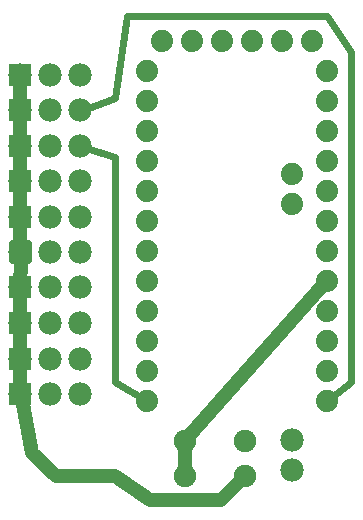
<source format=gbl>
G04 MADE WITH FRITZING*
G04 WWW.FRITZING.ORG*
G04 DOUBLE SIDED*
G04 HOLES PLATED*
G04 CONTOUR ON CENTER OF CONTOUR VECTOR*
%ASAXBY*%
%FSLAX23Y23*%
%MOIN*%
%OFA0B0*%
%SFA1.0B1.0*%
%ADD10C,0.074000*%
%ADD11C,0.078000*%
%ADD12C,0.075000*%
%ADD13R,0.078000X0.078000*%
%ADD14C,0.048000*%
%ADD15C,0.024000*%
%ADD16C,0.020000*%
%LNCOPPER0*%
G90*
G70*
G54D10*
X1074Y1598D03*
X974Y1598D03*
X874Y1598D03*
X774Y1598D03*
X674Y1598D03*
X574Y1598D03*
X1124Y1498D03*
X1124Y1398D03*
X1124Y1298D03*
X1124Y1198D03*
X1124Y1098D03*
X1009Y1153D03*
X1009Y1053D03*
X1124Y998D03*
X1124Y898D03*
X1124Y798D03*
X1124Y698D03*
X1124Y598D03*
X1124Y498D03*
X1124Y398D03*
X524Y398D03*
X524Y498D03*
X524Y598D03*
X524Y698D03*
X524Y798D03*
X524Y898D03*
X524Y998D03*
X524Y1098D03*
X524Y1198D03*
X524Y1298D03*
X524Y1398D03*
X524Y1498D03*
G54D11*
X102Y775D03*
X202Y775D03*
X302Y775D03*
X102Y538D03*
X202Y538D03*
X302Y538D03*
X102Y420D03*
X202Y420D03*
X302Y420D03*
X102Y893D03*
X202Y893D03*
X302Y893D03*
X102Y1011D03*
X202Y1011D03*
X302Y1011D03*
X102Y1129D03*
X202Y1129D03*
X302Y1129D03*
X102Y1483D03*
X202Y1483D03*
X302Y1483D03*
X102Y656D03*
X202Y656D03*
X302Y656D03*
X102Y1247D03*
X202Y1247D03*
X302Y1247D03*
X102Y1365D03*
X202Y1365D03*
X302Y1365D03*
G54D12*
X850Y263D03*
X650Y263D03*
X850Y145D03*
X650Y145D03*
G54D11*
X1009Y268D03*
X1009Y168D03*
G54D13*
X102Y775D03*
X102Y538D03*
X102Y420D03*
X102Y1011D03*
X102Y1129D03*
X102Y1483D03*
X102Y656D03*
X102Y1247D03*
X102Y1365D03*
G54D14*
X416Y146D02*
X535Y65D01*
D02*
X535Y65D02*
X771Y65D01*
D02*
X771Y65D02*
X838Y132D01*
D02*
X220Y146D02*
X416Y146D01*
D02*
X142Y224D02*
X220Y146D01*
D02*
X106Y402D02*
X142Y224D01*
D02*
X650Y245D02*
X650Y162D01*
D02*
X661Y276D02*
X1111Y783D01*
D02*
X102Y519D02*
X102Y439D01*
D02*
X102Y637D02*
X102Y439D01*
D02*
X102Y675D02*
X102Y756D01*
D02*
X104Y849D02*
X102Y794D01*
D02*
X103Y874D02*
X104Y849D01*
D02*
X102Y992D02*
X102Y912D01*
D02*
X102Y1110D02*
X102Y1030D01*
D02*
X102Y1228D02*
X102Y1148D01*
D02*
X102Y1266D02*
X102Y1346D01*
D02*
X102Y1464D02*
X102Y1384D01*
G54D15*
D02*
X320Y1241D02*
X416Y1209D01*
D02*
X416Y1209D02*
X416Y461D01*
D02*
X416Y461D02*
X507Y408D01*
D02*
X416Y1406D02*
X457Y1680D01*
D02*
X320Y1371D02*
X416Y1406D01*
D02*
X457Y1680D02*
X1124Y1680D01*
D02*
X1124Y1680D02*
X1205Y1561D01*
D02*
X1205Y1561D02*
X1205Y461D01*
D02*
X1205Y461D02*
X1140Y410D01*
G54D16*
X73Y922D02*
X131Y922D01*
X131Y864D01*
X73Y864D01*
X73Y922D01*
D02*
G04 End of Copper0*
M02*
</source>
